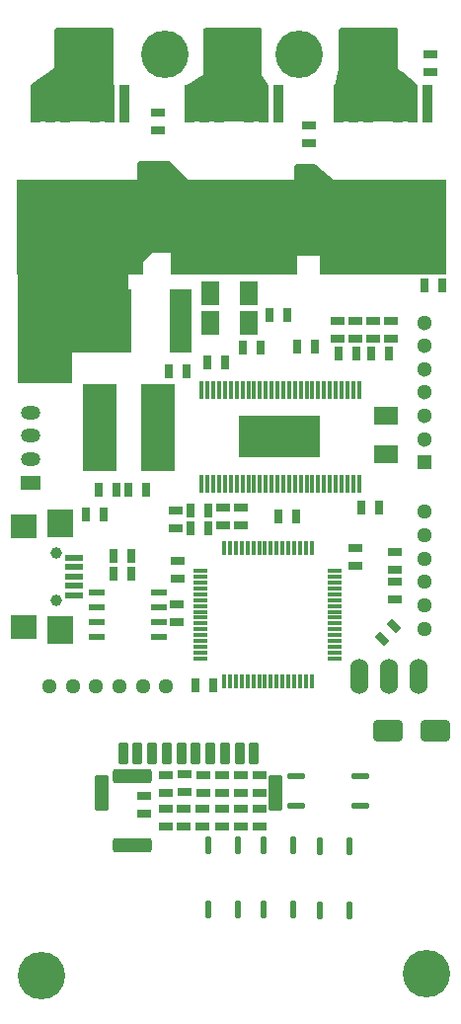
<source format=gts>
%TF.GenerationSoftware,KiCad,Pcbnew,9.0.1*%
%TF.CreationDate,2025-05-08T23:40:52+03:00*%
%TF.ProjectId,BLDC_4,424c4443-5f34-42e6-9b69-6361645f7063,A*%
%TF.SameCoordinates,Original*%
%TF.FileFunction,Soldermask,Top*%
%TF.FilePolarity,Negative*%
%FSLAX46Y46*%
G04 Gerber Fmt 4.6, Leading zero omitted, Abs format (unit mm)*
G04 Created by KiCad (PCBNEW 9.0.1) date 2025-05-08 23:40:52*
%MOMM*%
%LPD*%
G01*
G04 APERTURE LIST*
G04 Aperture macros list*
%AMRoundRect*
0 Rectangle with rounded corners*
0 $1 Rounding radius*
0 $2 $3 $4 $5 $6 $7 $8 $9 X,Y pos of 4 corners*
0 Add a 4 corners polygon primitive as box body*
4,1,4,$2,$3,$4,$5,$6,$7,$8,$9,$2,$3,0*
0 Add four circle primitives for the rounded corners*
1,1,$1+$1,$2,$3*
1,1,$1+$1,$4,$5*
1,1,$1+$1,$6,$7*
1,1,$1+$1,$8,$9*
0 Add four rect primitives between the rounded corners*
20,1,$1+$1,$2,$3,$4,$5,0*
20,1,$1+$1,$4,$5,$6,$7,0*
20,1,$1+$1,$6,$7,$8,$9,0*
20,1,$1+$1,$8,$9,$2,$3,0*%
%AMRotRect*
0 Rectangle, with rotation*
0 The origin of the aperture is its center*
0 $1 length*
0 $2 width*
0 $3 Rotation angle, in degrees counterclockwise*
0 Add horizontal line*
21,1,$1,$2,0,0,$3*%
G04 Aperture macros list end*
%ADD10C,4.064000*%
%ADD11R,1.849120X5.499100*%
%ADD12O,1.524000X3.048000*%
%ADD13C,1.300480*%
%ADD14R,5.000000X4.000000*%
%ADD15R,10.800080X8.150860*%
%ADD16R,0.899160X3.200400*%
%ADD17R,0.300000X1.300480*%
%ADD18R,1.300480X0.300000*%
%ADD19R,0.299720X1.501140*%
%ADD20R,7.000240X3.599180*%
%ADD21R,1.699260X1.198880*%
%ADD22O,1.699260X1.198880*%
%ADD23R,1.524000X2.032000*%
%ADD24R,1.143000X0.635000*%
%ADD25RotRect,0.635000X1.143000X45.000000*%
%ADD26R,0.635000X1.143000*%
%ADD27R,2.032000X1.524000*%
%ADD28R,1.399540X0.599440*%
%ADD29C,1.000000*%
%ADD30R,1.500000X0.500000*%
%ADD31R,2.200000X2.400000*%
%ADD32R,2.200000X2.000000*%
%ADD33R,1.300000X1.300000*%
%ADD34C,1.300000*%
%ADD35R,2.997200X7.498080*%
%ADD36RoundRect,0.250000X1.425000X-0.362500X1.425000X0.362500X-1.425000X0.362500X-1.425000X-0.362500X0*%
%ADD37RoundRect,0.137500X0.137500X-0.587500X0.137500X0.587500X-0.137500X0.587500X-0.137500X-0.587500X0*%
%ADD38RoundRect,0.250000X-1.000000X-0.650000X1.000000X-0.650000X1.000000X0.650000X-1.000000X0.650000X0*%
%ADD39RoundRect,0.102000X-0.300000X-0.850000X0.300000X-0.850000X0.300000X0.850000X-0.300000X0.850000X0*%
%ADD40RoundRect,0.102000X-0.500000X-1.400000X0.500000X-1.400000X0.500000X1.400000X-0.500000X1.400000X0*%
%ADD41RoundRect,0.137500X0.587500X0.137500X-0.587500X0.137500X-0.587500X-0.137500X0.587500X-0.137500X0*%
G04 APERTURE END LIST*
D10*
%TO.C,1PIN*%
X92000000Y-83000000D03*
%TD*%
%TO.C,1PIN*%
X103500000Y-83000000D03*
%TD*%
D11*
%TO.C,C47*%
X93380560Y-105918000D03*
X88229440Y-105918000D03*
%TD*%
D12*
%TO.C,K1*%
X108712000Y-136398000D03*
X111252000Y-136398000D03*
X113792000Y-136398000D03*
%TD*%
D13*
%TO.C,P2*%
X82098740Y-137200000D03*
X84100260Y-137200000D03*
X86099240Y-137200000D03*
X88100760Y-137200000D03*
X90099740Y-137200000D03*
X92101260Y-137200000D03*
%TD*%
%TO.C,P9*%
X114300000Y-122252740D03*
X114300000Y-124254260D03*
X114300000Y-126253240D03*
X114300000Y-128254760D03*
X114300000Y-130253740D03*
X114300000Y-132255260D03*
%TD*%
D14*
%TO.C,P8*%
X85090000Y-82804000D03*
%TD*%
%TO.C,P6*%
X109474000Y-82804000D03*
%TD*%
D15*
%TO.C,Q1*%
X110744000Y-97848420D03*
D16*
X114554000Y-87246460D03*
X113284000Y-87246460D03*
X112014000Y-87246460D03*
X109474000Y-87246460D03*
X108204000Y-87246460D03*
X106934000Y-87246460D03*
%TD*%
D15*
%TO.C,Q3*%
X97917000Y-97848420D03*
D16*
X101727000Y-87246460D03*
X100457000Y-87246460D03*
X99187000Y-87246460D03*
X96647000Y-87246460D03*
X95377000Y-87246460D03*
X94107000Y-87246460D03*
%TD*%
D15*
%TO.C,Q5*%
X84709000Y-97848420D03*
D16*
X88519000Y-87246460D03*
X87249000Y-87246460D03*
X85979000Y-87246460D03*
X83439000Y-87246460D03*
X82169000Y-87246460D03*
X80899000Y-87246460D03*
%TD*%
D17*
%TO.C,U2*%
X97088960Y-136814560D03*
X97586800Y-136814560D03*
X98087180Y-136814560D03*
X98587560Y-136814560D03*
X99087940Y-136814560D03*
X99588320Y-136814560D03*
X100088700Y-136814560D03*
X100589080Y-136814560D03*
X101086920Y-136814560D03*
X101587300Y-136814560D03*
X102087680Y-136814560D03*
X102588060Y-136814560D03*
X103088440Y-136814560D03*
X103588820Y-136814560D03*
X104089200Y-136814560D03*
X104587040Y-136814560D03*
D18*
X106588560Y-134813040D03*
X106588560Y-134315200D03*
X106588560Y-133814820D03*
X106588560Y-133314440D03*
X106588560Y-132814060D03*
X106588560Y-132313680D03*
X106588560Y-131813300D03*
X106588560Y-131312920D03*
X106588560Y-130815080D03*
X106588560Y-130314700D03*
X106588560Y-129814320D03*
X106588560Y-129313940D03*
X106588560Y-128813560D03*
X106588560Y-128313180D03*
X106588560Y-127812800D03*
X106588560Y-127314960D03*
D17*
X104587040Y-125313440D03*
X104089200Y-125313440D03*
X103588820Y-125313440D03*
X103088440Y-125313440D03*
X102588060Y-125313440D03*
X102087680Y-125313440D03*
X101587300Y-125313440D03*
X101086920Y-125313440D03*
X100589080Y-125313440D03*
X100088700Y-125313440D03*
X99588320Y-125313440D03*
X99087940Y-125313440D03*
X98587560Y-125313440D03*
X98087180Y-125313440D03*
X97586800Y-125313440D03*
X97088960Y-125313440D03*
D18*
X95087440Y-127314960D03*
X95087440Y-127812800D03*
X95087440Y-128313180D03*
X95087440Y-128813560D03*
X95087440Y-129313940D03*
X95087440Y-129814320D03*
X95087440Y-130314700D03*
X95087440Y-130815080D03*
X95087440Y-131312920D03*
X95087440Y-131813300D03*
X95087440Y-132313680D03*
X95087440Y-132814060D03*
X95087440Y-133314440D03*
X95087440Y-133814820D03*
X95087440Y-134315200D03*
X95087440Y-134813040D03*
%TD*%
D19*
%TO.C,U3*%
X95158560Y-119824500D03*
X95656400Y-119824500D03*
X96156780Y-119824500D03*
X96657160Y-119824500D03*
X97157540Y-119824500D03*
X97657920Y-119824500D03*
X98158300Y-119824500D03*
X98656140Y-119824500D03*
X99156520Y-119824500D03*
X99656900Y-119824500D03*
X100157280Y-119824500D03*
X100657660Y-119824500D03*
X101158040Y-119824500D03*
X101658420Y-119824500D03*
X102156260Y-119824500D03*
X102656640Y-119824500D03*
X103157020Y-119824500D03*
X103657400Y-119824500D03*
X104157780Y-119824500D03*
X104658160Y-119824500D03*
X105158540Y-119824500D03*
X105656380Y-119824500D03*
X106156760Y-119824500D03*
X106657140Y-119824500D03*
X107157520Y-119824500D03*
X107657900Y-119824500D03*
X108158280Y-119824500D03*
X108656120Y-119824500D03*
X108656120Y-111823500D03*
X108158280Y-111823500D03*
X107657900Y-111823500D03*
X107157520Y-111823500D03*
X106657140Y-111823500D03*
X106156760Y-111823500D03*
X105656380Y-111823500D03*
X105158540Y-111823500D03*
X104658160Y-111823500D03*
X104157780Y-111823500D03*
X103657400Y-111823500D03*
X103157020Y-111823500D03*
X102656640Y-111823500D03*
X102156260Y-111823500D03*
X101658420Y-111823500D03*
X101158040Y-111823500D03*
X100657660Y-111823500D03*
X100157280Y-111823500D03*
X99656900Y-111823500D03*
X99156520Y-111823500D03*
X98656140Y-111823500D03*
X98158300Y-111823500D03*
X97657920Y-111823500D03*
X97157540Y-111823500D03*
X96657160Y-111823500D03*
X96156780Y-111823500D03*
X95656400Y-111823500D03*
X95158560Y-111823500D03*
D20*
X101854000Y-115824000D03*
%TD*%
D21*
%TO.C,P1*%
X80450000Y-119728280D03*
D22*
X80450000Y-117726760D03*
X80450000Y-115725240D03*
X80450000Y-113726260D03*
%TD*%
D14*
%TO.C,P7*%
X97790000Y-82804000D03*
%TD*%
D10*
%TO.C,1PIN*%
X114410000Y-161810000D03*
%TD*%
%TO.C,1PIN*%
X81450000Y-162040000D03*
%TD*%
D23*
%TO.C,C46*%
X95885000Y-106045000D03*
X99187000Y-106045000D03*
%TD*%
%TO.C,C45*%
X95885000Y-103505000D03*
X99187000Y-103505000D03*
%TD*%
D24*
%TO.C,C16*%
X108331000Y-125349000D03*
X108331000Y-126873000D03*
%TD*%
D25*
%TO.C,C17*%
X110586185Y-133126815D03*
X111663815Y-132049185D03*
%TD*%
D24*
%TO.C,C18*%
X98552000Y-123444000D03*
X98552000Y-121920000D03*
%TD*%
%TO.C,C19*%
X93091000Y-128016000D03*
X93091000Y-126492000D03*
%TD*%
D26*
%TO.C,C23*%
X94234000Y-122174000D03*
X95758000Y-122174000D03*
%TD*%
D24*
%TO.C,C26*%
X92964000Y-122174000D03*
X92964000Y-123698000D03*
%TD*%
D26*
%TO.C,C27*%
X101727000Y-122682000D03*
X103251000Y-122682000D03*
%TD*%
%TO.C,C28*%
X110363000Y-121920000D03*
X108839000Y-121920000D03*
%TD*%
%TO.C,C32*%
X97155000Y-109474000D03*
X95631000Y-109474000D03*
%TD*%
%TO.C,C33*%
X100203000Y-108204000D03*
X98679000Y-108204000D03*
%TD*%
%TO.C,C34*%
X102489000Y-105410000D03*
X100965000Y-105410000D03*
%TD*%
%TO.C,C35*%
X104902000Y-108077000D03*
X103378000Y-108077000D03*
%TD*%
%TO.C,C36*%
X106934000Y-108712000D03*
X108458000Y-108712000D03*
%TD*%
%TO.C,C14*%
X94615000Y-137160000D03*
X96139000Y-137160000D03*
%TD*%
%TO.C,C37*%
X109728000Y-108712000D03*
X111252000Y-108712000D03*
%TD*%
D27*
%TO.C,C40*%
X110998000Y-117348000D03*
X110998000Y-114046000D03*
%TD*%
D24*
%TO.C,C8*%
X111760000Y-125730000D03*
X111760000Y-127254000D03*
%TD*%
%TO.C,C3*%
X93000000Y-130188000D03*
X93000000Y-131712000D03*
%TD*%
D26*
%TO.C,R21*%
X114300000Y-102870000D03*
X115824000Y-102870000D03*
%TD*%
D24*
%TO.C,R22*%
X111760000Y-129794000D03*
X111760000Y-128270000D03*
%TD*%
D26*
%TO.C,R23*%
X86360000Y-120396000D03*
X87884000Y-120396000D03*
%TD*%
%TO.C,R24*%
X88900000Y-120396000D03*
X90424000Y-120396000D03*
%TD*%
%TO.C,R26*%
X94234000Y-123698000D03*
X95758000Y-123698000D03*
%TD*%
D24*
%TO.C,R25*%
X97028000Y-121920000D03*
X97028000Y-123444000D03*
%TD*%
D26*
%TO.C,R28*%
X92329000Y-110236000D03*
X93853000Y-110236000D03*
%TD*%
D24*
%TO.C,R39*%
X114808000Y-84582000D03*
X114808000Y-83058000D03*
%TD*%
%TO.C,R42*%
X104394000Y-89154000D03*
X104394000Y-90678000D03*
%TD*%
%TO.C,R45*%
X91440000Y-88011000D03*
X91440000Y-89535000D03*
%TD*%
%TO.C,R29*%
X106807000Y-105918000D03*
X106807000Y-107442000D03*
%TD*%
%TO.C,R30*%
X108331000Y-105918000D03*
X108331000Y-107442000D03*
%TD*%
%TO.C,R31*%
X109855000Y-105918000D03*
X109855000Y-107442000D03*
%TD*%
%TO.C,R32*%
X111379000Y-105918000D03*
X111379000Y-107442000D03*
%TD*%
D26*
%TO.C,R103*%
X89162000Y-127550000D03*
X87638000Y-127550000D03*
%TD*%
%TO.C,R104*%
X89162000Y-126000000D03*
X87638000Y-126000000D03*
%TD*%
%TO.C,R12*%
X86762000Y-122500000D03*
X85238000Y-122500000D03*
%TD*%
D28*
%TO.C,U1*%
X91467000Y-132955000D03*
X91467000Y-131685000D03*
X91467000Y-130415000D03*
X91467000Y-129145000D03*
X86133000Y-129145000D03*
X86133000Y-130415000D03*
X86133000Y-131685000D03*
X86133000Y-132955000D03*
%TD*%
D29*
%TO.C,X1*%
X82700000Y-125800000D03*
X82700000Y-129800000D03*
D30*
X84200000Y-129400000D03*
X84200000Y-128600000D03*
X84200000Y-127800000D03*
X84200000Y-127000000D03*
D31*
X83000000Y-123250000D03*
D32*
X79925000Y-123450000D03*
D30*
X84200000Y-126200000D03*
D32*
X79925000Y-132150000D03*
D31*
X83000000Y-132350000D03*
%TD*%
D33*
%TO.C,P3*%
X114300000Y-118018560D03*
D34*
X114300000Y-116017040D03*
X114300000Y-114015520D03*
X114300000Y-112016540D03*
X114300000Y-110015020D03*
X114300000Y-108013500D03*
X114300000Y-106014520D03*
%TD*%
D35*
%TO.C,L1*%
X91399360Y-115062000D03*
X86400640Y-115062000D03*
%TD*%
D24*
%TO.C,R52*%
X98504900Y-146358780D03*
X98504900Y-144834780D03*
%TD*%
D36*
%TO.C,R66*%
X89201900Y-150802900D03*
X89201900Y-144877900D03*
%TD*%
D37*
%TO.C,U15*%
X105281900Y-156427900D03*
X107821900Y-156427900D03*
X107821900Y-150927900D03*
X105281900Y-150927900D03*
%TD*%
D24*
%TO.C,R48*%
X92104900Y-146358780D03*
X92104900Y-144834780D03*
%TD*%
%TO.C,R53*%
X100104900Y-146308780D03*
X100104900Y-144784780D03*
%TD*%
D38*
%TO.C,D7*%
X111160000Y-141020000D03*
X115160000Y-141020000D03*
%TD*%
D37*
%TO.C,U13*%
X95711900Y-156327900D03*
X98251900Y-156327900D03*
X98251900Y-150827900D03*
X95711900Y-150827900D03*
%TD*%
D24*
%TO.C,C52*%
X98504900Y-149208780D03*
X98504900Y-147684780D03*
%TD*%
%TO.C,R51*%
X96904900Y-146358780D03*
X96904900Y-144834780D03*
%TD*%
D37*
%TO.C,U14*%
X100461900Y-156327900D03*
X103001900Y-156327900D03*
X103001900Y-150827900D03*
X100461900Y-150827900D03*
%TD*%
D39*
%TO.C,J1*%
X99654900Y-142958780D03*
X98404900Y-142958780D03*
X97154900Y-142958780D03*
X95904900Y-142958780D03*
X94654900Y-142958780D03*
X93404900Y-142958780D03*
X92154900Y-142958780D03*
X90904900Y-142958780D03*
X89654900Y-142958780D03*
X88404900Y-142958780D03*
D40*
X86554900Y-146308780D03*
X101504900Y-146308780D03*
%TD*%
D24*
%TO.C,R49*%
X93704900Y-146258780D03*
X93704900Y-144734780D03*
%TD*%
D41*
%TO.C,U16*%
X108801900Y-147467900D03*
X108801900Y-144927900D03*
X103301900Y-144927900D03*
X103301900Y-147467900D03*
%TD*%
D24*
%TO.C,C50*%
X95254900Y-149258780D03*
X95254900Y-147734780D03*
%TD*%
%TO.C,C48*%
X92054900Y-149208780D03*
X92054900Y-147684780D03*
%TD*%
%TO.C,R50*%
X95304900Y-146308780D03*
X95304900Y-144784780D03*
%TD*%
%TO.C,R54*%
X90201900Y-146627900D03*
X90201900Y-148151900D03*
%TD*%
%TO.C,C51*%
X96904900Y-149258780D03*
X96904900Y-147734780D03*
%TD*%
%TO.C,C53*%
X100104900Y-149208780D03*
X100104900Y-147684780D03*
%TD*%
%TO.C,C49*%
X93604900Y-149258780D03*
X93604900Y-147734780D03*
%TD*%
G36*
X100272121Y-80792002D02*
G01*
X100318614Y-80845658D01*
X100330000Y-80898000D01*
X100330000Y-84836000D01*
X100329999Y-84836000D01*
X100816838Y-85566257D01*
X100837982Y-85634032D01*
X100838000Y-85636149D01*
X100838000Y-88647000D01*
X100817998Y-88715121D01*
X100764342Y-88761614D01*
X100712000Y-88773000D01*
X93852000Y-88773000D01*
X93783879Y-88752998D01*
X93737386Y-88699342D01*
X93726000Y-88647000D01*
X93726000Y-85795408D01*
X93746002Y-85727287D01*
X93785964Y-85688099D01*
X95376999Y-84709000D01*
X95377000Y-84708999D01*
X95377000Y-80898000D01*
X95397002Y-80829879D01*
X95450658Y-80783386D01*
X95503000Y-80772000D01*
X100204000Y-80772000D01*
X100272121Y-80792002D01*
G37*
G36*
X111956121Y-80792002D02*
G01*
X112002614Y-80845658D01*
X112014000Y-80898000D01*
X112014000Y-84328001D01*
X112390447Y-84578965D01*
X112399267Y-84585413D01*
X113617712Y-85560168D01*
X113658410Y-85618342D01*
X113665000Y-85658558D01*
X113665000Y-88647000D01*
X113644998Y-88715121D01*
X113591342Y-88761614D01*
X113539000Y-88773000D01*
X106679000Y-88773000D01*
X106610879Y-88752998D01*
X106564386Y-88699342D01*
X106553000Y-88647000D01*
X106553000Y-85741872D01*
X106557440Y-85708719D01*
X106933999Y-84328000D01*
X106934000Y-84327998D01*
X106934000Y-80898000D01*
X106954002Y-80829879D01*
X107007658Y-80783386D01*
X107060000Y-80772000D01*
X111888000Y-80772000D01*
X111956121Y-80792002D01*
G37*
G36*
X87572121Y-80792002D02*
G01*
X87618614Y-80845658D01*
X87630000Y-80898000D01*
X87630000Y-88647000D01*
X87609998Y-88715121D01*
X87556342Y-88761614D01*
X87504000Y-88773000D01*
X80644000Y-88773000D01*
X80575879Y-88752998D01*
X80529386Y-88699342D01*
X80518000Y-88647000D01*
X80518000Y-85664279D01*
X80538002Y-85596158D01*
X80572617Y-85560450D01*
X82549999Y-84201000D01*
X82550000Y-84201000D01*
X82550000Y-80898000D01*
X82570002Y-80829879D01*
X82623658Y-80783386D01*
X82676000Y-80772000D01*
X87504000Y-80772000D01*
X87572121Y-80792002D01*
G37*
G36*
X88842121Y-101747002D02*
G01*
X88888614Y-101800658D01*
X88900000Y-101853000D01*
X88900000Y-108459000D01*
X88879998Y-108527121D01*
X88826342Y-108573614D01*
X88774000Y-108585000D01*
X84074000Y-108585000D01*
X84074000Y-111126000D01*
X84053998Y-111194121D01*
X84000342Y-111240614D01*
X83948000Y-111252000D01*
X79501000Y-111252000D01*
X79432879Y-111231998D01*
X79386386Y-111178342D01*
X79375000Y-111126000D01*
X79375000Y-101853000D01*
X79395002Y-101784879D01*
X79448658Y-101738386D01*
X79501000Y-101727000D01*
X88774000Y-101727000D01*
X88842121Y-101747002D01*
G37*
G36*
X92471931Y-92222002D02*
G01*
X92492905Y-92238905D01*
X94197095Y-93943095D01*
X94231121Y-94005407D01*
X94234000Y-94032190D01*
X94234000Y-101474000D01*
X94213998Y-101542121D01*
X94160342Y-101588614D01*
X94108000Y-101600000D01*
X92836000Y-101600000D01*
X92767879Y-101579998D01*
X92721386Y-101526342D01*
X92710000Y-101474000D01*
X92710000Y-100076000D01*
X90931998Y-100076000D01*
X89877095Y-101130904D01*
X89814783Y-101164930D01*
X89743968Y-101159865D01*
X89687132Y-101117318D01*
X89662321Y-101050798D01*
X89662000Y-101041809D01*
X89662000Y-92328000D01*
X89682002Y-92259879D01*
X89735658Y-92213386D01*
X89788000Y-92202000D01*
X92403810Y-92202000D01*
X92471931Y-92222002D01*
G37*
G36*
X104923511Y-92476002D02*
G01*
X104937390Y-92486334D01*
X106636000Y-93942285D01*
X106674704Y-94001804D01*
X106680000Y-94037951D01*
X106680000Y-100204000D01*
X106659998Y-100272121D01*
X106606342Y-100318614D01*
X106554000Y-100330000D01*
X103250000Y-100330000D01*
X103181879Y-100309998D01*
X103135386Y-100256342D01*
X103124000Y-100204000D01*
X103124000Y-92582000D01*
X103144002Y-92513879D01*
X103197658Y-92467386D01*
X103250000Y-92456000D01*
X104855390Y-92456000D01*
X104923511Y-92476002D01*
G37*
M02*

</source>
